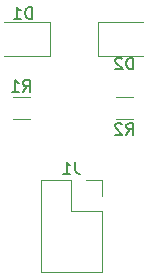
<source format=gbr>
%TF.GenerationSoftware,KiCad,Pcbnew,5.1.10-88a1d61d58~88~ubuntu20.04.1*%
%TF.CreationDate,2021-09-11T09:55:26-04:00*%
%TF.ProjectId,SAO-Alien,53414f2d-416c-4696-956e-2e6b69636164,rev?*%
%TF.SameCoordinates,Original*%
%TF.FileFunction,Legend,Bot*%
%TF.FilePolarity,Positive*%
%FSLAX46Y46*%
G04 Gerber Fmt 4.6, Leading zero omitted, Abs format (unit mm)*
G04 Created by KiCad (PCBNEW 5.1.10-88a1d61d58~88~ubuntu20.04.1) date 2021-09-11 09:55:26*
%MOMM*%
%LPD*%
G01*
G04 APERTURE LIST*
%ADD10C,0.120000*%
%ADD11C,0.150000*%
G04 APERTURE END LIST*
D10*
%TO.C,R2*%
X135645536Y-82093480D02*
X137099664Y-82093480D01*
X135645536Y-80273480D02*
X137099664Y-80273480D01*
%TO.C,R1*%
X128372224Y-82083320D02*
X126918096Y-82083320D01*
X128372224Y-80263320D02*
X126918096Y-80263320D01*
%TO.C,J1*%
X134476800Y-87295680D02*
X133146800Y-87295680D01*
X134476800Y-88625680D02*
X134476800Y-87295680D01*
X131876800Y-87295680D02*
X129276800Y-87295680D01*
X131876800Y-89895680D02*
X131876800Y-87295680D01*
X134476800Y-89895680D02*
X131876800Y-89895680D01*
X129276800Y-87295680D02*
X129276800Y-95035680D01*
X134476800Y-89895680D02*
X134476800Y-95035680D01*
X134476800Y-95035680D02*
X129276800Y-95035680D01*
%TO.C,D2*%
X134097760Y-73861160D02*
X137982760Y-73861160D01*
X134097760Y-76781160D02*
X134097760Y-73861160D01*
X137982760Y-76781160D02*
X134097760Y-76781160D01*
%TO.C,D1*%
X130082560Y-76786240D02*
X126197560Y-76786240D01*
X130082560Y-73866240D02*
X130082560Y-76786240D01*
X126197560Y-73866240D02*
X130082560Y-73866240D01*
%TO.C,R2*%
D11*
X136539266Y-83455860D02*
X136872600Y-82979670D01*
X137110695Y-83455860D02*
X137110695Y-82455860D01*
X136729742Y-82455860D01*
X136634504Y-82503480D01*
X136586885Y-82551099D01*
X136539266Y-82646337D01*
X136539266Y-82789194D01*
X136586885Y-82884432D01*
X136634504Y-82932051D01*
X136729742Y-82979670D01*
X137110695Y-82979670D01*
X136158314Y-82551099D02*
X136110695Y-82503480D01*
X136015457Y-82455860D01*
X135777361Y-82455860D01*
X135682123Y-82503480D01*
X135634504Y-82551099D01*
X135586885Y-82646337D01*
X135586885Y-82741575D01*
X135634504Y-82884432D01*
X136205933Y-83455860D01*
X135586885Y-83455860D01*
%TO.C,R1*%
X127811826Y-79805700D02*
X128145160Y-79329510D01*
X128383255Y-79805700D02*
X128383255Y-78805700D01*
X128002302Y-78805700D01*
X127907064Y-78853320D01*
X127859445Y-78900939D01*
X127811826Y-78996177D01*
X127811826Y-79139034D01*
X127859445Y-79234272D01*
X127907064Y-79281891D01*
X128002302Y-79329510D01*
X128383255Y-79329510D01*
X126859445Y-79805700D02*
X127430874Y-79805700D01*
X127145160Y-79805700D02*
X127145160Y-78805700D01*
X127240398Y-78948558D01*
X127335636Y-79043796D01*
X127430874Y-79091415D01*
%TO.C,J1*%
X132210133Y-85748060D02*
X132210133Y-86462346D01*
X132257752Y-86605203D01*
X132352990Y-86700441D01*
X132495847Y-86748060D01*
X132591085Y-86748060D01*
X131210133Y-86748060D02*
X131781561Y-86748060D01*
X131495847Y-86748060D02*
X131495847Y-85748060D01*
X131591085Y-85890918D01*
X131686323Y-85986156D01*
X131781561Y-86033775D01*
%TO.C,D2*%
X137120855Y-77918540D02*
X137120855Y-76918540D01*
X136882760Y-76918540D01*
X136739902Y-76966160D01*
X136644664Y-77061398D01*
X136597045Y-77156636D01*
X136549426Y-77347112D01*
X136549426Y-77489969D01*
X136597045Y-77680445D01*
X136644664Y-77775683D01*
X136739902Y-77870921D01*
X136882760Y-77918540D01*
X137120855Y-77918540D01*
X136168474Y-77013779D02*
X136120855Y-76966160D01*
X136025617Y-76918540D01*
X135787521Y-76918540D01*
X135692283Y-76966160D01*
X135644664Y-77013779D01*
X135597045Y-77109017D01*
X135597045Y-77204255D01*
X135644664Y-77347112D01*
X136216093Y-77918540D01*
X135597045Y-77918540D01*
%TO.C,D1*%
X128535655Y-73633620D02*
X128535655Y-72633620D01*
X128297560Y-72633620D01*
X128154702Y-72681240D01*
X128059464Y-72776478D01*
X128011845Y-72871716D01*
X127964226Y-73062192D01*
X127964226Y-73205049D01*
X128011845Y-73395525D01*
X128059464Y-73490763D01*
X128154702Y-73586001D01*
X128297560Y-73633620D01*
X128535655Y-73633620D01*
X127011845Y-73633620D02*
X127583274Y-73633620D01*
X127297560Y-73633620D02*
X127297560Y-72633620D01*
X127392798Y-72776478D01*
X127488036Y-72871716D01*
X127583274Y-72919335D01*
%TD*%
M02*

</source>
